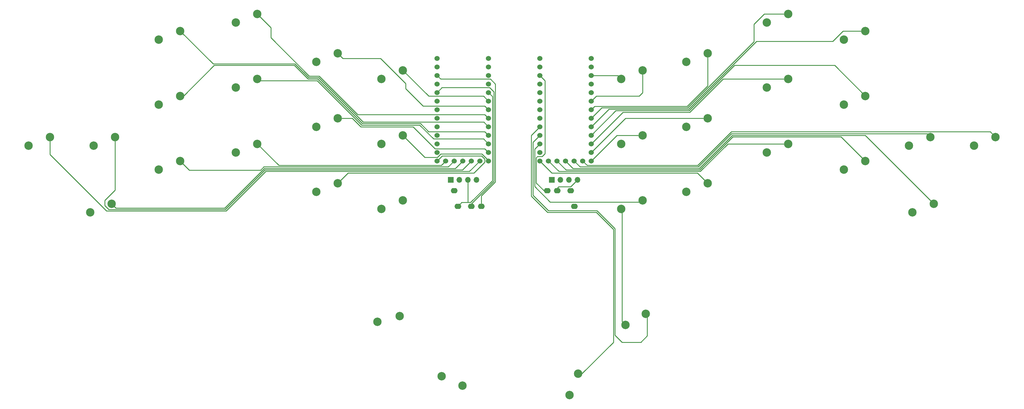
<source format=gtl>
G04 #@! TF.GenerationSoftware,KiCad,Pcbnew,7.0.1*
G04 #@! TF.CreationDate,2023-04-24T22:18:49+02:00*
G04 #@! TF.ProjectId,yeti,79657469-2e6b-4696-9361-645f70636258,rev?*
G04 #@! TF.SameCoordinates,Original*
G04 #@! TF.FileFunction,Copper,L1,Top*
G04 #@! TF.FilePolarity,Positive*
%FSLAX46Y46*%
G04 Gerber Fmt 4.6, Leading zero omitted, Abs format (unit mm)*
G04 Created by KiCad (PCBNEW 7.0.1) date 2023-04-24 22:18:49*
%MOMM*%
%LPD*%
G01*
G04 APERTURE LIST*
G04 #@! TA.AperFunction,ComponentPad*
%ADD10C,2.500000*%
G04 #@! TD*
G04 #@! TA.AperFunction,ComponentPad*
%ADD11R,1.700000X1.700000*%
G04 #@! TD*
G04 #@! TA.AperFunction,ComponentPad*
%ADD12O,1.700000X1.700000*%
G04 #@! TD*
G04 #@! TA.AperFunction,ComponentPad*
%ADD13O,2.000000X1.600000*%
G04 #@! TD*
G04 #@! TA.AperFunction,ComponentPad*
%ADD14C,1.524000*%
G04 #@! TD*
G04 #@! TA.AperFunction,Conductor*
%ADD15C,0.250000*%
G04 #@! TD*
G04 APERTURE END LIST*
D10*
X67310000Y-41656000D03*
X73660000Y-39116000D03*
X44450000Y-66040000D03*
X50800000Y-63500000D03*
X128300160Y-127466701D03*
X134538363Y-130270077D03*
X266954000Y-58928000D03*
X273304000Y-56388000D03*
X91186000Y-34036000D03*
X97536000Y-31496000D03*
D11*
X161036000Y-69088000D03*
D12*
X163576000Y-69088000D03*
X166116000Y-69088000D03*
X168656000Y-69088000D03*
D10*
X224790000Y-41656000D03*
X231140000Y-39116000D03*
D13*
X132032000Y-72376000D03*
X133132000Y-76976000D03*
X137132000Y-76976000D03*
X140132000Y-76976000D03*
D10*
X247650000Y-66040000D03*
X254000000Y-63500000D03*
X267970000Y-78740000D03*
X274320000Y-76200000D03*
X44450000Y-27432000D03*
X50800000Y-24892000D03*
X25146000Y-58928000D03*
X31496000Y-56388000D03*
X67310000Y-60960000D03*
X73660000Y-58420000D03*
X110490000Y-39116000D03*
X116840000Y-36576000D03*
X44450000Y-46736000D03*
X50800000Y-44196000D03*
X200914000Y-72644000D03*
X207264000Y-70104000D03*
D11*
X131064000Y-69088000D03*
D12*
X133604000Y-69088000D03*
X136144000Y-69088000D03*
X138684000Y-69088000D03*
D10*
X224790000Y-22352000D03*
X231140000Y-19812000D03*
D13*
X167731500Y-76976000D03*
X166631500Y-72376000D03*
X162631500Y-72376000D03*
X159631500Y-72376000D03*
D14*
X127000000Y-33020000D03*
X127000000Y-35560000D03*
X127000000Y-38100000D03*
X127000000Y-40640000D03*
X127000000Y-43180000D03*
X127000000Y-45720000D03*
X127000000Y-48260000D03*
X127000000Y-50800000D03*
X127000000Y-53340000D03*
X127000000Y-55880000D03*
X127000000Y-58420000D03*
X127000000Y-60960000D03*
X127000000Y-63500000D03*
X129540000Y-63500000D03*
X132080000Y-63500000D03*
X134620000Y-63500000D03*
X137160000Y-63500000D03*
X139700000Y-63500000D03*
X142240000Y-63500000D03*
X142240000Y-60960000D03*
X142240000Y-58420000D03*
X142240000Y-55880000D03*
X142240000Y-53340000D03*
X142240000Y-50800000D03*
X142240000Y-48260000D03*
X142240000Y-45720000D03*
X142240000Y-43180000D03*
X142240000Y-40640000D03*
X142240000Y-38100000D03*
X142240000Y-35560000D03*
X142240000Y-33020000D03*
D10*
X110490000Y-77724000D03*
X116840000Y-75184000D03*
X247650000Y-27432000D03*
X254000000Y-24892000D03*
X110490000Y-58420000D03*
X116840000Y-55880000D03*
X224790000Y-60960000D03*
X231140000Y-58420000D03*
X181610000Y-58420000D03*
X187960000Y-55880000D03*
D14*
X157480000Y-33020000D03*
X157480000Y-35560000D03*
X157480000Y-38100000D03*
X157480000Y-40640000D03*
X157480000Y-43180000D03*
X157480000Y-45720000D03*
X157480000Y-48260000D03*
X157480000Y-50800000D03*
X157480000Y-53340000D03*
X157480000Y-55880000D03*
X157480000Y-58420000D03*
X157480000Y-60960000D03*
X157480000Y-63500000D03*
X160020000Y-63500000D03*
X162560000Y-63500000D03*
X165100000Y-63500000D03*
X167640000Y-63500000D03*
X170180000Y-63500000D03*
X172720000Y-63500000D03*
X172720000Y-60960000D03*
X172720000Y-58420000D03*
X172720000Y-55880000D03*
X172720000Y-53340000D03*
X172720000Y-50800000D03*
X172720000Y-48260000D03*
X172720000Y-45720000D03*
X172720000Y-43180000D03*
X172720000Y-40640000D03*
X172720000Y-38100000D03*
X172720000Y-35560000D03*
X172720000Y-33020000D03*
D10*
X247650000Y-46736000D03*
X254000000Y-44196000D03*
X91186000Y-72644000D03*
X97536000Y-70104000D03*
X181610000Y-39116000D03*
X187960000Y-36576000D03*
X286258000Y-58928000D03*
X292608000Y-56388000D03*
X67310000Y-22352000D03*
X73660000Y-19812000D03*
X109303947Y-111314611D03*
X115916163Y-109567414D03*
X200914000Y-34036000D03*
X207264000Y-31496000D03*
X24130000Y-78740000D03*
X30480000Y-76200000D03*
X200914000Y-53340000D03*
X207264000Y-50800000D03*
X5842000Y-58928000D03*
X12192000Y-56388000D03*
X91186000Y-53340000D03*
X97536000Y-50800000D03*
X166241364Y-133056252D03*
X168825321Y-126724012D03*
X182852851Y-112243255D03*
X188845971Y-108948317D03*
X181610000Y-77724000D03*
X187960000Y-75184000D03*
D15*
X156775748Y-62165626D02*
X158177625Y-62165626D01*
X156393000Y-70033000D02*
X156393000Y-62548374D01*
X159631500Y-72376000D02*
X158736000Y-72376000D01*
X159004000Y-39624000D02*
X157480000Y-38100000D01*
X156393000Y-62548374D02*
X156775748Y-62165626D01*
X158736000Y-72376000D02*
X156393000Y-70033000D01*
X158177625Y-62165626D02*
X159004000Y-61339251D01*
X159004000Y-61339251D02*
X159004000Y-39624000D01*
X155943499Y-59956501D02*
X155943499Y-71107499D01*
X155943499Y-71107499D02*
X160528000Y-75692000D01*
X187452000Y-75692000D02*
X187960000Y-75184000D01*
X157480000Y-58420000D02*
X155943499Y-59956501D01*
X160528000Y-75692000D02*
X187452000Y-75692000D01*
X172720000Y-63500000D02*
X180340000Y-55880000D01*
X180340000Y-55880000D02*
X187960000Y-55880000D01*
X182880000Y-50800000D02*
X207264000Y-50800000D01*
X172720000Y-60960000D02*
X182880000Y-50800000D01*
X211838760Y-39116000D02*
X201912756Y-49042004D01*
X231140000Y-39116000D02*
X211838760Y-39116000D01*
X201912756Y-49042004D02*
X182097996Y-49042004D01*
X182097996Y-49042004D02*
X172720000Y-58420000D01*
X201726567Y-48592503D02*
X215208571Y-35110499D01*
X244914499Y-35110499D02*
X254000000Y-44196000D01*
X243390499Y-35110499D02*
X244914499Y-35110499D01*
X215208571Y-35110499D02*
X243390499Y-35110499D01*
X172720000Y-55880000D02*
X180007497Y-48592503D01*
X180007497Y-48592503D02*
X201726567Y-48592503D01*
X172720000Y-53340000D02*
X177916998Y-48143002D01*
X201540378Y-48143002D02*
X221743380Y-27940000D01*
X254000000Y-24892000D02*
X254233999Y-25125999D01*
X221743380Y-27940000D02*
X244348000Y-27940000D01*
X245872000Y-26416000D02*
X247396000Y-24892000D01*
X244348000Y-27940000D02*
X245872000Y-26416000D01*
X247396000Y-24892000D02*
X254000000Y-24892000D01*
X177916998Y-48143002D02*
X201540378Y-48143002D01*
X172720000Y-50800000D02*
X175826499Y-47693501D01*
X201354189Y-47693501D02*
X220980000Y-28067690D01*
X220980000Y-28067690D02*
X220980000Y-22860000D01*
X175826499Y-47693501D02*
X201354189Y-47693501D01*
X224028000Y-19812000D02*
X231140000Y-19812000D01*
X220980000Y-22860000D02*
X224028000Y-19812000D01*
X201168000Y-47244000D02*
X207264000Y-41148000D01*
X173736000Y-47244000D02*
X201168000Y-47244000D01*
X172720000Y-48260000D02*
X173736000Y-47244000D01*
X207264000Y-41148000D02*
X207264000Y-31496000D01*
X187960000Y-36576000D02*
X187960000Y-43180000D01*
X187960000Y-43180000D02*
X186944000Y-44196000D01*
X186944000Y-44196000D02*
X174244000Y-44196000D01*
X174244000Y-44196000D02*
X172720000Y-45720000D01*
X254000000Y-55880000D02*
X274320000Y-76200000D01*
X167307497Y-65707497D02*
X204674123Y-65707497D01*
X165100000Y-63500000D02*
X167307497Y-65707497D01*
X214501620Y-55880000D02*
X254000000Y-55880000D01*
X204674123Y-65707497D02*
X214501620Y-55880000D01*
X272346499Y-55430499D02*
X273304000Y-56388000D01*
X204487934Y-65257996D02*
X214315431Y-55430499D01*
X214315431Y-55430499D02*
X272346499Y-55430499D01*
X167640000Y-63500000D02*
X169397996Y-65257996D01*
X169397996Y-65257996D02*
X204487934Y-65257996D01*
X170180000Y-63500000D02*
X171488495Y-64808495D01*
X214297240Y-54813000D02*
X291033000Y-54813000D01*
X204301745Y-64808495D02*
X214297240Y-54813000D01*
X291033000Y-54813000D02*
X292608000Y-56388000D01*
X171488495Y-64808495D02*
X204301745Y-64808495D01*
X204860312Y-66156998D02*
X214687809Y-56329501D01*
X162560000Y-63500000D02*
X165216998Y-66156998D01*
X214687809Y-56329501D02*
X246829501Y-56329501D01*
X165216998Y-66156998D02*
X204860312Y-66156998D01*
X246829501Y-56329501D02*
X254000000Y-63500000D01*
X166624000Y-71120000D02*
X168656000Y-69088000D01*
X162631500Y-72376000D02*
X162631500Y-71556500D01*
X163068000Y-71120000D02*
X166624000Y-71120000D01*
X162631500Y-71556500D02*
X163068000Y-71120000D01*
X160020000Y-63500000D02*
X163126499Y-66606499D01*
X163126499Y-66606499D02*
X205046501Y-66606499D01*
X213233000Y-58420000D02*
X231140000Y-58420000D01*
X205046501Y-66606499D02*
X213233000Y-58420000D01*
X204216000Y-67056000D02*
X207264000Y-70104000D01*
X157480000Y-63500000D02*
X161036000Y-67056000D01*
X161036000Y-67056000D02*
X204216000Y-67056000D01*
X174371690Y-78232000D02*
X179773501Y-83633811D01*
X155448000Y-57912000D02*
X155448000Y-73660000D01*
X179773501Y-115257501D02*
X181864000Y-117348000D01*
X189319000Y-115481000D02*
X189319000Y-109421346D01*
X179773501Y-83633811D02*
X179773501Y-115257501D01*
X189319000Y-109421346D02*
X188845971Y-108948317D01*
X187452000Y-117348000D02*
X189319000Y-115481000D01*
X160020000Y-78232000D02*
X174371690Y-78232000D01*
X155448000Y-73660000D02*
X160020000Y-78232000D01*
X157480000Y-55880000D02*
X155448000Y-57912000D01*
X181864000Y-117348000D02*
X187452000Y-117348000D01*
X174244000Y-78740000D02*
X179324000Y-83820000D01*
X154940000Y-55880000D02*
X154940000Y-73914000D01*
X157480000Y-53340000D02*
X154940000Y-55880000D01*
X179324000Y-117348000D02*
X169947988Y-126724012D01*
X154940000Y-73914000D02*
X159766000Y-78740000D01*
X169947988Y-126724012D02*
X168825321Y-126724012D01*
X179324000Y-83820000D02*
X179324000Y-117348000D01*
X159766000Y-78740000D02*
X174244000Y-78740000D01*
X136872604Y-75851000D02*
X136144000Y-75851000D01*
X142240000Y-43180000D02*
X143372998Y-44312998D01*
X136144000Y-75851000D02*
X134257000Y-75851000D01*
X143372998Y-44312998D02*
X143372998Y-69350606D01*
X143372998Y-69350606D02*
X136872604Y-75851000D01*
X134257000Y-75851000D02*
X133132000Y-76976000D01*
X136144000Y-69088000D02*
X136144000Y-75851000D01*
X128087000Y-39187000D02*
X127000000Y-38100000D01*
X142819000Y-39187000D02*
X128087000Y-39187000D01*
X144272499Y-40640499D02*
X142819000Y-39187000D01*
X144272499Y-69723191D02*
X144272499Y-40640499D01*
X140132000Y-76976000D02*
X140132000Y-73863690D01*
X140132000Y-73863690D02*
X144272499Y-69723191D01*
X137132000Y-76976000D02*
X137132000Y-76228000D01*
X143822998Y-69537002D02*
X143822998Y-42978373D01*
X143822998Y-42978373D02*
X142571625Y-41727000D01*
X128453000Y-41727000D02*
X127000000Y-43180000D01*
X137132000Y-76228000D02*
X143822998Y-69537002D01*
X142571625Y-41727000D02*
X128453000Y-41727000D01*
X140787000Y-44267000D02*
X124531000Y-44267000D01*
X124531000Y-44267000D02*
X116840000Y-36576000D01*
X142240000Y-45720000D02*
X140787000Y-44267000D01*
X117691001Y-41999001D02*
X117691001Y-40475001D01*
X142240000Y-48260000D02*
X141153000Y-47173000D01*
X141153000Y-47173000D02*
X122865000Y-47173000D01*
X122865000Y-47173000D02*
X117691001Y-41999001D01*
X99060000Y-33020000D02*
X97536000Y-31496000D01*
X110236000Y-33020000D02*
X99060000Y-33020000D01*
X117691001Y-40475001D02*
X110236000Y-33020000D01*
X89095961Y-38275497D02*
X77724000Y-26903536D01*
X141153000Y-49713000D02*
X103436070Y-49713000D01*
X103436070Y-49713000D02*
X91998567Y-38275497D01*
X91998567Y-38275497D02*
X89095961Y-38275497D01*
X142240000Y-50800000D02*
X141153000Y-49713000D01*
X77724000Y-26903536D02*
X77724000Y-23876000D01*
X77724000Y-23876000D02*
X73660000Y-19812000D01*
X142240000Y-53340000D02*
X140832998Y-51932998D01*
X88909772Y-38724998D02*
X84845772Y-34660998D01*
X140832998Y-51932998D02*
X105020378Y-51932998D01*
X91812378Y-38724998D02*
X88909772Y-38724998D01*
X105020378Y-51932998D02*
X91812378Y-38724998D01*
X60568998Y-34660998D02*
X50800000Y-24892000D01*
X84845772Y-34660998D02*
X60568998Y-34660998D01*
X91626189Y-39174499D02*
X88723583Y-39174499D01*
X104834189Y-52382499D02*
X91626189Y-39174499D01*
X88723583Y-39174499D02*
X84659583Y-35110499D01*
X60901501Y-35110499D02*
X51816000Y-44196000D01*
X124451533Y-54793000D02*
X122041032Y-52382499D01*
X141153000Y-54793000D02*
X124451533Y-54793000D01*
X84659583Y-35110499D02*
X60901501Y-35110499D01*
X142240000Y-55880000D02*
X141153000Y-54793000D01*
X51816000Y-44196000D02*
X50800000Y-44196000D01*
X122041032Y-52382499D02*
X104834189Y-52382499D01*
X140787000Y-56967000D02*
X125989843Y-56967000D01*
X74168000Y-39624000D02*
X73660000Y-39116000D01*
X121854843Y-52832000D02*
X104648000Y-52832000D01*
X91440000Y-39624000D02*
X74168000Y-39624000D01*
X125989843Y-56967000D02*
X121854843Y-52832000D01*
X104648000Y-52832000D02*
X91440000Y-39624000D01*
X142240000Y-58420000D02*
X140787000Y-56967000D01*
X126421000Y-59873000D02*
X119888000Y-53340000D01*
X104394000Y-53340000D02*
X101854000Y-50800000D01*
X141153000Y-59873000D02*
X126421000Y-59873000D01*
X101854000Y-50800000D02*
X97536000Y-50800000D01*
X142240000Y-60960000D02*
X141153000Y-59873000D01*
X119888000Y-53340000D02*
X104394000Y-53340000D01*
X142240000Y-63365684D02*
X140284567Y-61410251D01*
X128087000Y-61410251D02*
X127084251Y-62413000D01*
X140284567Y-61410251D02*
X128087000Y-61410251D01*
X127084251Y-62413000D02*
X123373000Y-62413000D01*
X142240000Y-63500000D02*
X142240000Y-63365684D01*
X123373000Y-62413000D02*
X116840000Y-55880000D01*
X64379205Y-78369501D02*
X28965811Y-78369501D01*
X12192000Y-61595690D02*
X12192000Y-56388000D01*
X139700000Y-63500000D02*
X136593501Y-66606499D01*
X136593501Y-66606499D02*
X76142207Y-66606499D01*
X28965811Y-78369501D02*
X12192000Y-61595690D01*
X76142207Y-66606499D02*
X64379205Y-78369501D01*
X28448000Y-75184000D02*
X31496000Y-72136000D01*
X137160000Y-63500000D02*
X134503002Y-66156998D01*
X134503002Y-66156998D02*
X75956018Y-66156998D01*
X31496000Y-72136000D02*
X31496000Y-56388000D01*
X28448000Y-76708000D02*
X28448000Y-75184000D01*
X75956018Y-66156998D02*
X64193016Y-77920000D01*
X29660000Y-77920000D02*
X28448000Y-76708000D01*
X64193016Y-77920000D02*
X29660000Y-77920000D01*
X64006620Y-77470000D02*
X31750000Y-77470000D01*
X132412503Y-65707497D02*
X75769123Y-65707497D01*
X31750000Y-77470000D02*
X30480000Y-76200000D01*
X134620000Y-63500000D02*
X132412503Y-65707497D01*
X75769123Y-65707497D02*
X64006620Y-77470000D01*
X75582934Y-65257996D02*
X74625433Y-66215497D01*
X132080000Y-63500000D02*
X130322004Y-65257996D01*
X53515497Y-66215497D02*
X50800000Y-63500000D01*
X74625433Y-66215497D02*
X53515497Y-66215497D01*
X130322004Y-65257996D02*
X75582934Y-65257996D01*
X80048495Y-64808495D02*
X73660000Y-58420000D01*
X129540000Y-63500000D02*
X128231505Y-64808495D01*
X128231505Y-64808495D02*
X80048495Y-64808495D01*
X97536000Y-70104000D02*
X100584000Y-67056000D01*
X137937992Y-67056000D02*
X141153000Y-63840992D01*
X128524000Y-61976000D02*
X127000000Y-63500000D01*
X140214626Y-61976000D02*
X128524000Y-61976000D01*
X141153000Y-63840992D02*
X141153000Y-62914374D01*
X141153000Y-62914374D02*
X140214626Y-61976000D01*
X100584000Y-67056000D02*
X137937992Y-67056000D01*
X181843999Y-111234403D02*
X182852851Y-112243255D01*
X180594000Y-38100000D02*
X181610000Y-39116000D01*
X181843999Y-77957999D02*
X181843999Y-111234403D01*
X172720000Y-38100000D02*
X180594000Y-38100000D01*
X182852851Y-112243255D02*
X183336106Y-111760000D01*
X181610000Y-77724000D02*
X181843999Y-77957999D01*
M02*

</source>
